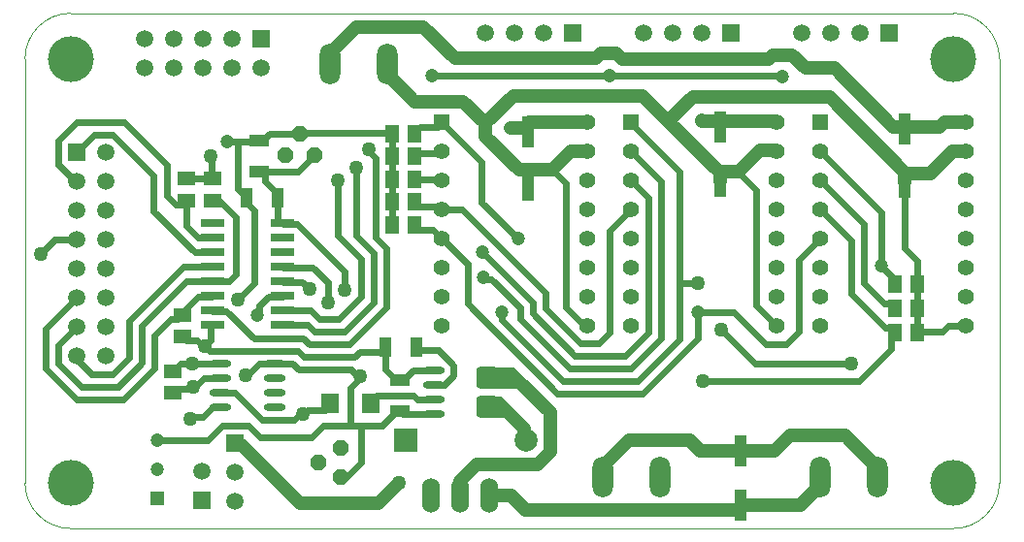
<source format=gtl>
G04*
G04 #@! TF.GenerationSoftware,Altium Limited,Altium Designer,19.1.7 (138)*
G04*
G04 Layer_Physical_Order=1*
G04 Layer_Color=255*
%FSLAX44Y44*%
%MOMM*%
G71*
G01*
G75*
%ADD10O,1.9000X0.6000*%
%ADD11R,1.1000X1.7000*%
%ADD12R,1.7000X1.1000*%
%ADD13R,1.5000X1.8000*%
%ADD14R,1.5000X1.3000*%
%ADD15R,1.3000X1.5000*%
%ADD16R,1.0000X2.8001*%
%ADD17R,2.0320X0.6604*%
%ADD18C,1.2000*%
%ADD19C,0.6000*%
%ADD20C,0.1000*%
%ADD21C,0.0127*%
%ADD22O,1.7907X3.5814*%
%ADD23R,1.5000X1.5000*%
%ADD24C,1.5000*%
%ADD25R,1.5000X1.5000*%
%ADD26C,1.4079*%
%ADD27R,1.4079X1.4079*%
%ADD28O,1.5240X3.0480*%
%ADD29P,1.4296X8X22.5*%
%ADD30P,1.4296X8X112.5*%
%ADD31R,1.2000X1.2000*%
%ADD32C,1.2000*%
%ADD33R,2.0000X2.0000*%
%ADD34C,2.0000*%
%ADD35C,4.0000*%
%ADD36C,1.2700*%
G36*
X923646Y535354D02*
X923646Y529950D01*
X894000Y530000D01*
Y543000D01*
X916000D01*
X923646Y535354D01*
D02*
G37*
G36*
X929000Y563000D02*
X929000Y554941D01*
X894000Y555000D01*
Y568000D01*
X924000D01*
X929000Y563000D01*
D02*
G37*
D10*
X717500Y535950D02*
D03*
Y548650D02*
D03*
Y561350D02*
D03*
Y574050D02*
D03*
X670500Y535950D02*
D03*
Y548650D02*
D03*
Y561350D02*
D03*
Y574050D02*
D03*
X903500Y529950D02*
D03*
Y542650D02*
D03*
Y555350D02*
D03*
Y568050D02*
D03*
X856500Y529950D02*
D03*
Y542650D02*
D03*
Y555350D02*
D03*
Y568050D02*
D03*
D11*
X720500Y719000D02*
D03*
X693500D02*
D03*
X841500Y588000D02*
D03*
X814500D02*
D03*
D12*
X704000Y768500D02*
D03*
Y741500D02*
D03*
X827000Y559500D02*
D03*
Y532500D02*
D03*
D13*
X766500Y539000D02*
D03*
X801500D02*
D03*
D14*
X637000Y616500D02*
D03*
Y597500D02*
D03*
X641000Y716500D02*
D03*
Y735500D02*
D03*
X664000D02*
D03*
Y716500D02*
D03*
X629000Y548500D02*
D03*
Y567500D02*
D03*
D15*
X820500Y695000D02*
D03*
X839500D02*
D03*
Y775000D02*
D03*
X820500D02*
D03*
X1278230Y600710D02*
D03*
X1259230D02*
D03*
Y643620D02*
D03*
X1278230D02*
D03*
X820500Y735000D02*
D03*
X839500D02*
D03*
X1259230Y622300D02*
D03*
X1278230D02*
D03*
X820500Y715000D02*
D03*
X839500D02*
D03*
Y755000D02*
D03*
X820500D02*
D03*
D16*
X1106170Y733420D02*
D03*
Y780420D02*
D03*
X938530Y776610D02*
D03*
Y729610D02*
D03*
X1267460Y732150D02*
D03*
Y779150D02*
D03*
X1124000Y497500D02*
D03*
Y450500D02*
D03*
D17*
X724734Y607550D02*
D03*
X663266D02*
D03*
X724734Y620250D02*
D03*
Y632950D02*
D03*
X663266Y620250D02*
D03*
Y632950D02*
D03*
X724734Y645650D02*
D03*
X663266D02*
D03*
X724734Y658350D02*
D03*
X663266D02*
D03*
X724734Y671050D02*
D03*
Y683750D02*
D03*
X663266Y671050D02*
D03*
Y683750D02*
D03*
X724734Y696450D02*
D03*
X663266D02*
D03*
D18*
X936500Y446393D02*
X1123000D01*
X905300Y458500D02*
X924393D01*
X904800Y459000D02*
X905300Y458500D01*
X924393D02*
X936500Y446393D01*
X1124000Y498000D02*
X1154000D01*
X1089000D02*
X1124000D01*
X1244500Y474500D02*
Y482000D01*
X1215500Y511000D02*
X1244500Y482000D01*
X1167000Y511000D02*
X1215500D01*
X1026500Y507000D02*
X1080000D01*
X1003999Y484499D02*
X1026500Y507000D01*
X1003999Y475300D02*
Y484499D01*
X935469Y508531D02*
Y517531D01*
X918000Y535000D02*
X935469Y517531D01*
Y508531D02*
X937000Y507000D01*
X930900Y742960D02*
X960130D01*
X958000Y497000D02*
Y531449D01*
X947000Y486000D02*
X958000Y497000D01*
X894000Y486000D02*
X947000D01*
X847714Y868000D02*
X874974Y840740D01*
X789345Y868000D02*
X847714D01*
X765999Y844653D02*
X789345Y868000D01*
X1155700Y758190D02*
Y759360D01*
X1155600Y759460D02*
X1155700Y759360D01*
X1121558Y741420D02*
X1122420D01*
X1107170D02*
X1121558D01*
X960130Y742960D02*
X976232Y759062D01*
X990202D01*
X990600Y759460D01*
X938530Y840740D02*
X997740D01*
X874974D02*
X938530D01*
X689100Y502900D02*
X740000Y452000D01*
X684500Y502900D02*
X689100D01*
X683000Y504400D02*
X684500Y502900D01*
X740000Y452000D02*
X808000D01*
X900900Y784500D02*
X902500D01*
X882500Y802900D02*
X900900Y784500D01*
X839848Y802900D02*
X882500D01*
X816001Y826747D02*
X839848Y802900D01*
X816001Y826747D02*
Y835700D01*
X765999D02*
Y844653D01*
X1267460Y779150D02*
X1268460Y780150D01*
Y780652D01*
X879400Y471400D02*
X894000Y486000D01*
X879400Y459000D02*
Y471400D01*
X931449Y558000D02*
X958000Y531449D01*
X1193999Y467945D02*
Y475300D01*
X1176554Y450500D02*
X1193999Y467945D01*
X1124000Y450500D02*
X1176554D01*
X1123000Y446393D02*
X1124000Y447393D01*
Y450500D01*
X808000Y452000D02*
X826000Y470000D01*
X901126Y862904D02*
X901700Y862330D01*
X902500Y784500D02*
X925961Y807961D01*
X901700Y783700D02*
X902500Y784500D01*
X925961Y807961D02*
X1038630D01*
X901700Y772160D02*
Y783700D01*
X1268460Y740150D02*
X1290060D01*
X1201730Y806880D02*
X1268460Y740150D01*
X1290060D02*
X1308972Y759062D01*
X1154000Y498000D02*
X1167000Y511000D01*
X1080000Y507000D02*
X1089000Y498000D01*
X1124000Y497500D02*
Y498000D01*
X1308972Y759062D02*
X1320372D01*
X1320770Y759460D01*
X1268460Y780652D02*
X1298000D01*
X1301810Y784462D01*
X1320372D01*
X1320770Y784860D01*
X1141000Y760000D02*
X1153890D01*
X1122420Y741420D02*
X1141000Y760000D01*
X1109478Y785500D02*
X1153790D01*
X1106170Y782192D02*
X1109478Y785500D01*
X1082470Y806880D02*
X1201730D01*
X1257000Y781000D02*
X1266460D01*
X1206000Y832000D02*
X1257000Y781000D01*
X1169500Y843500D02*
X1181000Y832000D01*
X1152500Y843500D02*
X1169500D01*
X1149000Y840000D02*
X1152500Y843500D01*
X1181000Y832000D02*
X1206000D01*
X1077000Y840000D02*
X1149000D01*
X1016000Y845000D02*
X1021000Y840000D01*
X1077000D01*
X1002000Y845000D02*
X1016000D01*
X997740Y840740D02*
X1002000Y845000D01*
X1061090Y785500D02*
X1106170Y740420D01*
X1038630Y807961D02*
X1061090Y785500D01*
X1082470Y806880D01*
X923290Y779780D02*
X937500D01*
X901700Y772160D02*
X930900Y742960D01*
X939530Y784462D02*
X990202D01*
X990600Y784860D01*
X1106170Y782192D02*
Y784996D01*
X1105170Y785996D02*
X1106170Y784996D01*
X1090150Y786130D02*
X1090284Y785996D01*
X1105170D01*
X1106170Y740420D02*
X1107170Y741420D01*
X1106170Y733420D02*
Y740420D01*
X1267460Y732150D02*
Y739150D01*
D19*
X706444Y524950D02*
X735137D01*
X740187Y530000D01*
X742000D01*
X914350Y542650D02*
X918286Y538714D01*
X903500Y542650D02*
X914350D01*
X903500Y529950D02*
X919050D01*
X924950Y568050D02*
X932500Y560500D01*
X903500Y568050D02*
X924950D01*
X635500Y574000D02*
X646000D01*
X629000Y567500D02*
X635500Y574000D01*
X646050Y574050D02*
X670500D01*
X646000Y574000D02*
X646050Y574050D01*
X644100Y526000D02*
X645382Y527282D01*
X615000Y507400D02*
X659686D01*
X645000Y552000D02*
X646999Y553999D01*
X648812D01*
X613000Y570127D02*
Y598814D01*
X585763Y542890D02*
X613000Y570127D01*
X602000Y574683D02*
Y606814D01*
X581207Y553890D02*
X602000Y574683D01*
X591000Y579240D02*
Y611370D01*
X576650Y564890D02*
X591000Y579240D01*
X525990Y681990D02*
X544830D01*
X513999Y669999D02*
X525990Y681990D01*
X860606Y586000D02*
X874000Y572606D01*
X843500Y586000D02*
X860606D01*
X841500Y588000D02*
X843500Y586000D01*
X811504Y584000D02*
X813752Y586248D01*
X791963Y584000D02*
X811504D01*
X787613Y579650D02*
X791963Y584000D01*
X632500Y552000D02*
X645000D01*
X629000Y548500D02*
X632500Y552000D01*
X987940Y607060D02*
X990600D01*
X972000Y623000D02*
X987940Y607060D01*
X972000Y623000D02*
Y731091D01*
X960130Y742960D02*
X972000Y731091D01*
X1137000Y574000D02*
X1221000D01*
X1107000Y604000D02*
X1137000Y574000D01*
X1227390Y558390D02*
X1255730Y586730D01*
X1091610Y558390D02*
X1227390D01*
X1091000Y559000D02*
X1091610Y558390D01*
X1255730Y586730D02*
Y596210D01*
X1259230Y599710D01*
Y600710D01*
X704471Y574050D02*
X733428D01*
X855860Y691000D02*
X863600Y683260D01*
X886000Y660860D01*
X975258Y570020D02*
X1028386D01*
X1054640Y596274D01*
Y733420D01*
X1028600Y759460D02*
X1054640Y733420D01*
X979814Y581020D02*
X1023830D01*
X1043640Y600830D01*
Y719020D01*
X1028600Y734060D02*
X1043640Y719020D01*
X900000Y649000D02*
X901148Y647852D01*
X906947D01*
X932000Y622799D01*
X886000Y626331D02*
X964311Y548021D01*
X886000Y626331D02*
Y660860D01*
X898246Y714754D02*
X930000Y683000D01*
X898246Y714754D02*
Y750214D01*
X863600Y784860D02*
X898246Y750214D01*
X839500Y775000D02*
Y775500D01*
X845000Y781000D02*
X859740D01*
X839500Y775500D02*
X845000Y781000D01*
X1071000Y644000D02*
Y741290D01*
Y595556D02*
Y644000D01*
X1087000D01*
Y619000D02*
X1118000D01*
X1087000Y596000D02*
Y619000D01*
X1034464Y559021D02*
X1071000Y595556D01*
X1028700Y783590D02*
X1071000Y741290D01*
X839500Y752000D02*
X841000Y753500D01*
X1175000Y601780D02*
Y664490D01*
X1164220Y591000D02*
X1175000Y601780D01*
Y664490D02*
X1193770Y683260D01*
X1146000Y591000D02*
X1164220D01*
X684000Y652000D02*
Y702000D01*
X679000Y707000D02*
X684000Y702000D01*
X669500Y716500D02*
X679000Y707000D01*
X664000Y716500D02*
X669500D01*
X655187Y589000D02*
X657000D01*
X650187Y594000D02*
X655187Y589000D01*
X640500Y594000D02*
X650187D01*
X637000Y597500D02*
X640500Y594000D01*
X657187Y589000D02*
X662266Y594079D01*
Y607248D01*
X660950Y585050D02*
X737984D01*
X657000Y589000D02*
X660950Y585050D01*
X1010000Y690060D02*
X1028600Y708660D01*
X1010000Y601000D02*
Y690060D01*
X1001020Y592020D02*
X1010000Y601000D01*
X984370Y592020D02*
X1001020D01*
X899355Y671000D02*
X943000Y627355D01*
X899000Y671000D02*
X899355D01*
X863600Y708660D02*
X881248D01*
X943000Y617835D02*
Y627355D01*
X932000Y613278D02*
X975258Y570020D01*
X943000Y617835D02*
X979814Y581020D01*
X932000Y613278D02*
Y622799D01*
X881248Y708660D02*
X954000Y635909D01*
Y622391D02*
Y635909D01*
Y622391D02*
X984370Y592020D01*
X916000Y611887D02*
Y619000D01*
Y611887D02*
X968867Y559021D01*
X964311Y548021D02*
X1039020D01*
X968867Y559021D02*
X1034464D01*
X637000Y616500D02*
Y618760D01*
X558110Y564890D02*
X576650D01*
X544830Y578170D02*
X558110Y564890D01*
X544830Y578170D02*
Y580390D01*
X709500Y741396D02*
Y741500D01*
X784000Y520000D02*
X792889D01*
X784000D02*
Y553187D01*
X760000Y520000D02*
X784000D01*
X709500Y741396D02*
X738096D01*
X707104D02*
X709500D01*
Y733000D02*
Y741396D01*
X784000Y553187D02*
X792000Y561187D01*
X861260Y711000D02*
X863600Y708660D01*
X743384Y579650D02*
X787613D01*
X747941Y590650D02*
X783056D01*
X752497Y601650D02*
X778500D01*
X757053Y612650D02*
X773944D01*
X676000Y768000D02*
X686000D01*
Y726500D02*
Y768000D01*
Y726500D02*
X693500Y719000D01*
X676000Y768000D02*
X676250Y768250D01*
X703750D01*
X704000Y768500D01*
X707000Y741500D02*
X707104Y741396D01*
X704000Y741500D02*
X704500D01*
X709500Y733000D02*
X720500Y722000D01*
Y719000D02*
Y722000D01*
X773000Y686074D02*
Y734000D01*
Y686074D02*
X793348Y665725D01*
Y632055D02*
Y665725D01*
X789000Y685630D02*
Y745000D01*
Y685630D02*
X804348Y670282D01*
Y627498D02*
Y670282D01*
X742541Y596050D02*
X747941Y590650D01*
X699653Y596050D02*
X742541D01*
X675755Y619948D02*
X699653Y596050D01*
X790187Y563000D02*
X792000D01*
X784537Y568650D02*
X790187Y563000D01*
X738828Y568650D02*
X784537D01*
X737984Y585050D02*
X743384Y579650D01*
X813752Y585248D02*
Y586248D01*
X704000Y768500D02*
X707000D01*
X713550Y775050D01*
X740000D01*
X1121558Y741420D02*
X1137806Y725172D01*
Y624854D02*
Y725172D01*
Y624854D02*
X1155600Y607060D01*
X800000Y759187D02*
Y761000D01*
Y759187D02*
X806000Y753187D01*
Y684186D02*
Y753187D01*
Y684186D02*
X815348Y674838D01*
Y622942D02*
Y674838D01*
X783056Y590650D02*
X815348Y622942D01*
X778500Y601650D02*
X804348Y627498D01*
X773944Y612650D02*
X793348Y632055D01*
X842500Y691000D02*
X855860D01*
X839500Y694000D02*
X842500Y691000D01*
X843500Y711000D02*
X861260D01*
X839500Y715000D02*
X843500Y711000D01*
X859740Y781000D02*
X863600Y784860D01*
X1118000Y619000D02*
X1146000Y591000D01*
X1039020Y548021D02*
X1087000Y596000D01*
X814500Y569000D02*
Y588000D01*
X677952Y645952D02*
X684000Y652000D01*
X663568Y645952D02*
X677952D01*
X663266Y645650D02*
X663568Y645952D01*
X700000Y644000D02*
Y708000D01*
X693500Y714500D02*
X700000Y708000D01*
X693500Y714500D02*
Y719000D01*
X685999Y629999D02*
X700000Y644000D01*
X741652Y645348D02*
X748000Y639000D01*
X725036Y645348D02*
X741652D01*
X724734Y645650D02*
X725036Y645348D01*
X712356Y632648D02*
X724432D01*
X704148Y624440D02*
X712356Y632648D01*
X750952Y658048D02*
X764000Y645000D01*
Y627000D02*
Y645000D01*
X749453Y620250D02*
X757053Y612650D01*
X724734Y620250D02*
X749453D01*
X746597Y607550D02*
X752497Y601650D01*
X724734Y607550D02*
X746597D01*
X733428Y574050D02*
X738828Y568650D01*
X703000Y616000D02*
X704148Y617148D01*
X724432Y632648D02*
X724734Y632950D01*
X778998Y637999D02*
Y654261D01*
X737112Y696148D02*
X778998Y654261D01*
X725036Y658048D02*
X750952D01*
X814500Y569000D02*
X824000Y559500D01*
X740000Y775050D02*
X740300Y775350D01*
X827000Y559500D02*
X830000D01*
X824000D02*
X827000D01*
X874000Y563494D02*
Y572606D01*
X865856Y555350D02*
X874000Y563494D01*
X856500Y555350D02*
X865856D01*
X820150Y775350D02*
X820500Y775000D01*
X740300Y775350D02*
X820150D01*
X720500Y696752D02*
Y719000D01*
X738096Y741396D02*
X752700Y756000D01*
X704148Y617148D02*
Y624440D01*
X792889Y520000D02*
X811479D01*
X823979Y532500D02*
X827000D01*
X811479Y520000D02*
X823979Y532500D01*
X750000Y510000D02*
X760000Y520000D01*
X705250Y510000D02*
X750000D01*
X695350Y519900D02*
X705250Y510000D01*
X682744Y548650D02*
X706444Y524950D01*
X672186Y519900D02*
X695350D01*
X659686Y507400D02*
X672186Y519900D01*
X682050Y505350D02*
X683000Y504400D01*
X655332Y527282D02*
X664000Y535950D01*
X645382Y527282D02*
X655332D01*
X664000Y535950D02*
X670500D01*
Y548650D02*
X682744D01*
X692813Y564000D02*
X694421D01*
X704471Y574050D01*
X648812Y553999D02*
X656163Y561350D01*
X670500D01*
X742000Y530000D02*
X743813D01*
X746813Y533000D01*
X762000D01*
X792000Y561187D02*
Y563000D01*
X720500Y696752D02*
X720802Y696450D01*
X724734D01*
X663568Y619948D02*
X675755D01*
X662964Y671352D02*
X663266Y671050D01*
X648032Y671352D02*
X662964D01*
X612341Y707043D02*
X648032Y671352D01*
X612341Y707043D02*
Y737999D01*
X576650Y773690D02*
X612341Y737999D01*
X560330Y773690D02*
X576650D01*
X544830Y758190D02*
X560330Y773690D01*
X663266Y620250D02*
X663568Y619948D01*
X591000Y611370D02*
X637980Y658350D01*
X518330Y604690D02*
X544830Y631190D01*
X518330Y569413D02*
Y604690D01*
Y569413D02*
X544853Y542890D01*
X585763D01*
X529330Y573970D02*
X549410Y553890D01*
X581207D01*
X637980Y658350D02*
X663266D01*
X529330Y590290D02*
X544830Y605790D01*
X529330Y573970D02*
Y590290D01*
X602000Y606814D02*
X640836Y645650D01*
X663266D01*
X662964Y632648D02*
X663266Y632950D01*
X650888Y632648D02*
X662964D01*
X637000Y618760D02*
X650888Y632648D01*
X662266Y607248D02*
X662568Y607550D01*
X663266D01*
X637000Y597500D02*
X640050Y600550D01*
X725036Y696148D02*
X737112D01*
X724734Y696450D02*
X725036Y696148D01*
X641000Y693940D02*
Y716500D01*
Y693940D02*
X650888Y684052D01*
X662964D01*
X663266Y683750D01*
X724734Y658350D02*
X725036Y658048D01*
X624000Y720186D02*
Y747556D01*
X631186Y713000D02*
X638500D01*
X624000Y720186D02*
X631186Y713000D01*
X586866Y784690D02*
X624000Y747556D01*
X545016Y784690D02*
X586866D01*
X529000Y768674D02*
X545016Y784690D01*
X529000Y747706D02*
Y768674D01*
Y747706D02*
X543916Y732790D01*
X544830D01*
X641000Y735500D02*
X664000D01*
X662000Y755000D02*
X663000Y754000D01*
Y736500D02*
Y754000D01*
Y736500D02*
X664000Y735500D01*
X827000Y532500D02*
X829550Y529950D01*
X931449Y555449D02*
Y558000D01*
X931350Y555350D02*
X931449Y555449D01*
X903500Y555350D02*
X931350D01*
X801500Y539000D02*
Y540500D01*
X807000Y546000D01*
X838814D01*
X842164Y542650D02*
X856500D01*
X838814Y546000D02*
X842164Y542650D01*
X762000Y533000D02*
X766500Y537500D01*
Y539000D01*
X792889Y487889D02*
Y520000D01*
X838550Y568050D02*
X856500D01*
X830000Y559500D02*
X838550Y568050D01*
X829550Y529950D02*
X856500D01*
X780300Y475300D02*
X792889Y487889D01*
X775000Y475300D02*
X780300D01*
X820500Y755000D02*
Y775000D01*
X613000Y598814D02*
X627186Y613000D01*
X633500D01*
X637000Y616500D01*
X820500Y735000D02*
Y755000D01*
Y715000D02*
Y735000D01*
Y695000D02*
Y715000D01*
X839500Y694000D02*
Y695000D01*
X863130Y734530D02*
X863600Y734060D01*
X839970Y734530D02*
X863130D01*
X839500Y735000D02*
X839970Y734530D01*
X859868Y757914D02*
X861414Y759460D01*
X842414Y757914D02*
X859868D01*
X839500Y755000D02*
X842414Y757914D01*
X1278230Y643620D02*
Y663600D01*
Y622300D02*
Y643620D01*
X1259230D02*
Y647040D01*
X1247140Y659130D02*
X1259230Y647040D01*
Y642620D02*
Y643620D01*
X1193770Y759460D02*
X1247140Y706090D01*
Y659130D02*
Y706090D01*
X1193770Y734060D02*
X1232110Y695721D01*
Y644427D02*
Y695721D01*
X1193770Y708660D02*
X1221110Y681320D01*
X1249736Y626800D02*
X1255730D01*
X1232110Y644427D02*
X1249736Y626800D01*
X1305230Y607060D02*
X1320770D01*
X1300150Y601980D02*
X1305230Y607060D01*
X1279500Y601980D02*
X1300150D01*
X1009650Y825500D02*
X1159510D01*
X1160780Y824230D01*
X1221110Y634890D02*
X1250790Y605210D01*
X1221110Y634890D02*
Y681320D01*
X1250790Y605210D02*
X1255730D01*
X1259230Y600710D02*
Y601710D01*
X861414Y759460D02*
X863600D01*
X854710Y825500D02*
X1009650D01*
X1278230Y600710D02*
X1279500Y601980D01*
X1278230Y600710D02*
Y622300D01*
X1267460Y674370D02*
X1278230Y663600D01*
X1267460Y674370D02*
Y732150D01*
X1255730Y626800D02*
X1259230Y623300D01*
Y622300D02*
Y623300D01*
X1255730Y605210D02*
X1259230Y601710D01*
D20*
X1350000Y840000D02*
G03*
X1310000Y880000I-40000J0D01*
G01*
X540000D02*
G03*
X500000Y840000I0J-40000D01*
G01*
Y470000D02*
G03*
X540000Y430000I40000J0D01*
G01*
X1310000D02*
G03*
X1350000Y470000I0J40000D01*
G01*
Y840000D01*
X540000Y880000D02*
X1310000D01*
X500000Y470000D02*
Y840000D01*
X540000Y430000D02*
X1310000D01*
D21*
X500000Y470000D02*
G03*
X540000Y430000I40000J0D01*
G01*
X1310000D01*
D22*
X1054001Y475300D02*
D03*
X1003999D02*
D03*
X1193999D02*
D03*
X1244001D02*
D03*
X765999Y835700D02*
D03*
X816001D02*
D03*
D23*
X654000Y454600D02*
D03*
X683000Y504400D02*
D03*
X544830Y758190D02*
D03*
D24*
X654000Y480000D02*
D03*
X683000Y453600D02*
D03*
Y479000D02*
D03*
X1228090Y862330D02*
D03*
X1202690D02*
D03*
X1177290D02*
D03*
X1039800D02*
D03*
X1065200D02*
D03*
X1090600D02*
D03*
X952500D02*
D03*
X927100D02*
D03*
X901700D02*
D03*
X706120Y831850D02*
D03*
X680720Y857250D02*
D03*
Y831850D02*
D03*
X655320Y857250D02*
D03*
Y831850D02*
D03*
X629920Y857250D02*
D03*
Y831850D02*
D03*
X604520Y857250D02*
D03*
Y831850D02*
D03*
X570230Y758190D02*
D03*
X544830Y732790D02*
D03*
X570230D02*
D03*
X544830Y707390D02*
D03*
X570230D02*
D03*
X544830Y681990D02*
D03*
X570230D02*
D03*
X544830Y656590D02*
D03*
X570230D02*
D03*
X544830Y631190D02*
D03*
X570230D02*
D03*
X544830Y605790D02*
D03*
X570230D02*
D03*
X544830Y580390D02*
D03*
X570230D02*
D03*
D25*
X1253490Y862330D02*
D03*
X1116000D02*
D03*
X977900D02*
D03*
X706120Y857250D02*
D03*
D26*
X1320770Y683260D02*
D03*
Y657860D02*
D03*
Y708660D02*
D03*
Y734060D02*
D03*
X1193770Y607060D02*
D03*
X1320770D02*
D03*
Y759460D02*
D03*
X1193770D02*
D03*
Y734060D02*
D03*
Y708660D02*
D03*
Y683260D02*
D03*
Y657860D02*
D03*
Y632460D02*
D03*
X1320770D02*
D03*
Y784860D02*
D03*
X1155600D02*
D03*
Y632460D02*
D03*
X1028600D02*
D03*
Y657860D02*
D03*
Y683260D02*
D03*
Y708660D02*
D03*
Y734060D02*
D03*
Y759460D02*
D03*
X1155600D02*
D03*
Y607060D02*
D03*
X1028600D02*
D03*
X1155600Y734060D02*
D03*
Y708660D02*
D03*
Y657860D02*
D03*
Y683260D02*
D03*
X990600D02*
D03*
Y657860D02*
D03*
Y708660D02*
D03*
Y734060D02*
D03*
X863600Y607060D02*
D03*
X990600D02*
D03*
Y759460D02*
D03*
X863600D02*
D03*
Y734060D02*
D03*
Y708660D02*
D03*
Y683260D02*
D03*
Y657860D02*
D03*
Y632460D02*
D03*
X990600D02*
D03*
Y784860D02*
D03*
D27*
X1193770D02*
D03*
X1028600D02*
D03*
X863600D02*
D03*
D28*
X854000Y459000D02*
D03*
X879400D02*
D03*
X904800D02*
D03*
D29*
X727300Y756000D02*
D03*
X740000Y775050D02*
D03*
X752700Y756000D02*
D03*
D30*
X775000Y500700D02*
D03*
X755950Y488000D02*
D03*
X775000Y475300D02*
D03*
D31*
X615000Y456600D02*
D03*
D32*
Y482000D02*
D03*
Y507400D02*
D03*
X930000Y683000D02*
D03*
X1087000Y619000D02*
D03*
X900000Y649000D02*
D03*
X899000Y671000D02*
D03*
X916000Y619000D02*
D03*
X676000Y768000D02*
D03*
X703000Y616000D02*
D03*
X1247140Y659130D02*
D03*
X1077000Y840000D02*
D03*
X1160780Y824230D02*
D03*
X854710Y825500D02*
D03*
X1009650D02*
D03*
X938530Y840740D02*
D03*
X923290Y779780D02*
D03*
X1090150Y786130D02*
D03*
D33*
X832400Y507000D02*
D03*
D34*
X937000D02*
D03*
D35*
X1310000Y840000D02*
D03*
Y470000D02*
D03*
X540000D02*
D03*
Y840000D02*
D03*
D36*
X644100Y526000D02*
D03*
X646999Y553999D02*
D03*
X513999Y669999D02*
D03*
X1221000Y574000D02*
D03*
X646000D02*
D03*
X1107000Y604000D02*
D03*
X1087000Y644000D02*
D03*
X748000Y639000D02*
D03*
X764000Y627000D02*
D03*
X773000Y734000D02*
D03*
X778998Y637999D02*
D03*
X789000Y745000D02*
D03*
X800000Y761000D02*
D03*
X692813Y564000D02*
D03*
X742000Y530000D02*
D03*
X657000Y589000D02*
D03*
X685999Y629999D02*
D03*
X662000Y755000D02*
D03*
X792000Y563000D02*
D03*
X1091000Y559000D02*
D03*
X826000Y470000D02*
D03*
M02*

</source>
